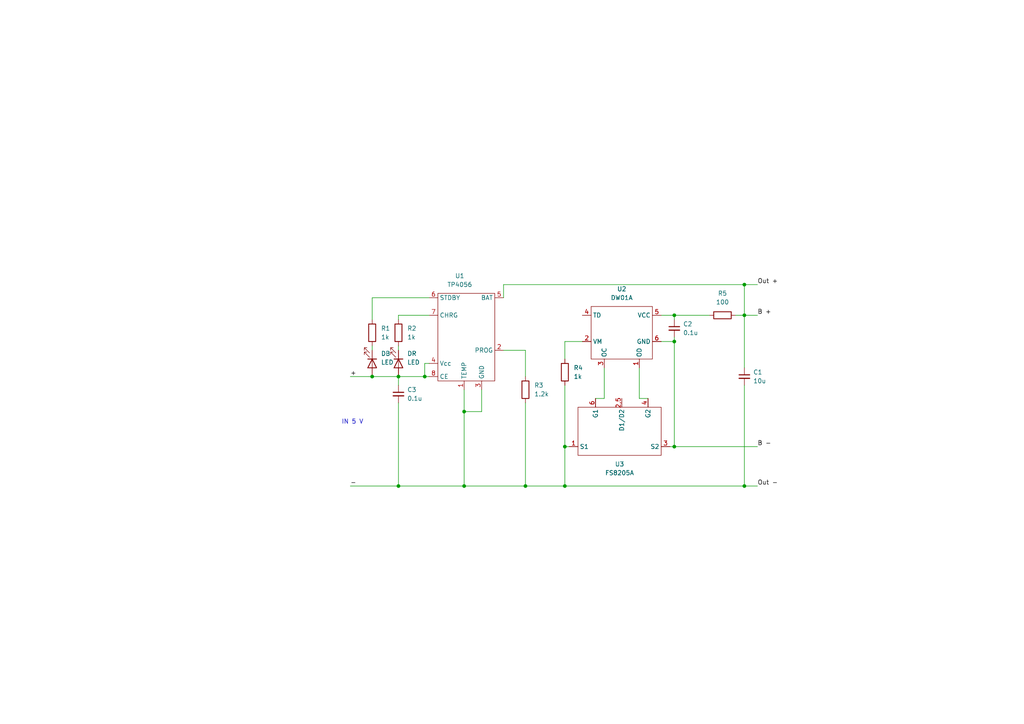
<source format=kicad_sch>
(kicad_sch (version 20211123) (generator eeschema)
  (paper "A4")
  (lib_symbols
    (symbol "Device:C_Small" (pin_numbers hide) (pin_names (offset 0.254) hide)
      (property "Reference" "C" (at 0.254 1.778 0))
      (property "Value" "C_Small" (at 0.254 -2.032 0))
      (symbol "C_Small_0_1"
        (polyline (pts (xy -1.524 -0.508) (xy 1.524 -0.508)) (stroke (width 0.3302)))
        (polyline (pts (xy -1.524 0.508) (xy 1.524 0.508)) (stroke (width 0.3048)))
      )
      (symbol "C_Small_1_1"
        (pin passive line (at 0 2.54 270) (length 2.032) (name "~") (number "1"))
        (pin passive line (at 0 -2.54 90) (length 2.032) (name "~") (number "2"))
      )
    )
    (symbol "Device:LED" (pin_numbers hide) (pin_names (offset 1.016) hide)
      (property "Reference" "D" (at 0 2.54 0))
      (property "Value" "LED" (at 0 -2.54 0))
      (symbol "LED_0_1"
        (polyline (pts (xy -1.27 -1.27) (xy -1.27 1.27)) (stroke (width 0.254)))
        (polyline (pts (xy -1.27 0) (xy 1.27 0)))
        (polyline (pts (xy 1.27 -1.27) (xy 1.27 1.27) (xy -1.27 0) (xy 1.27 -1.27)) (stroke (width 0.254)))
        (polyline (pts (xy -3.048 -0.762) (xy -4.572 -2.286) (xy -3.81 -2.286) (xy -4.572 -2.286) (xy -4.572 -1.524)))
        (polyline (pts (xy -1.778 -0.762) (xy -3.302 -2.286) (xy -2.54 -2.286) (xy -3.302 -2.286) (xy -3.302 -1.524)))
      )
      (symbol "LED_1_1"
        (pin passive line (at -3.81 0 0) (length 2.54) (name "K") (number "1"))
        (pin passive line (at 3.81 0 180) (length 2.54) (name "A") (number "2"))
      )
    )
    (symbol "Device:R" (pin_numbers hide) (pin_names (offset 0))
      (property "Reference" "R" (at 2.032 0 90))
      (property "Value" "R" (at 0 0 90))
      (symbol "R_0_1"
        (rectangle (start -1.016 -2.54) (end 1.016 2.54) (stroke (width 0.254)))
      )
      (symbol "R_1_1"
        (pin passive line (at 0 3.81 270) (length 1.27) (name "~") (number "1"))
        (pin passive line (at 0 -3.81 90) (length 1.27) (name "~") (number "2"))
      )
    )
    (symbol "New_Library:DW01A"
      (property "Reference" "U" (at 2.54 0 0))
      (property "Value" "DW01A" (at 2.54 -8.89 0))
      (symbol "DW01A_0_1"
        (rectangle (start -6.35 -1.27) (end 11.43 -16.51))
      )
      (symbol "DW01A_1_1"
        (pin input line (at 7.62 -19.05 90) (length 2.54) (name "OD") (number "1"))
        (pin input line (at -8.89 -11.43 0) (length 2.54) (name "VM") (number "2"))
        (pin input line (at -2.54 -19.05 90) (length 2.54) (name "OC") (number "3"))
        (pin input line (at -8.89 -3.81 0) (length 2.54) (name "TD") (number "4"))
        (pin input line (at 13.97 -3.81 180) (length 2.54) (name "VCC") (number "5"))
        (pin input line (at 13.97 -11.43 180) (length 2.54) (name "GND") (number "6"))
      )
    )
    (symbol "New_Library:FS8205A"
      (property "Reference" "U" (at 0 -26.67 0))
      (property "Value" "FS8205A" (at 0 -24.13 0))
      (symbol "FS8205A_0_1"
        (rectangle (start -12.7 -11.43) (end 11.43 -25.4))
      )
      (symbol "FS8205A_1_1"
        (pin input line (at -15.24 -22.86 0) (length 2.54) (name "S1") (number "1"))
        (pin input line (at 0 -8.89 270) (length 2.54) (name "D1/D2") (number "2,5"))
        (pin input line (at 13.97 -22.86 180) (length 2.54) (name "S2") (number "3"))
        (pin input line (at 7.62 -8.89 270) (length 2.54) (name "G2") (number "4"))
        (pin input line (at -7.62 -8.89 270) (length 2.54) (name "G1") (number "6"))
      )
    )
    (symbol "New_Library:TP4056"
      (property "Reference" "U?" (at 2.54 6.35 0))
      (property "Value" "TP4056" (at 2.54 3.81 0))
      (symbol "TP4056_0_1"
        (rectangle (start -3.81 1.27) (end 12.7 -24.13))
      )
      (symbol "TP4056_1_1"
        (pin input line (at 3.81 -26.67 90) (length 2.54) (name "TEMP") (number "1"))
        (pin input line (at 15.24 -15.24 180) (length 2.54) (name "PROG") (number "2"))
        (pin input line (at 8.89 -26.67 90) (length 2.54) (name "GND") (number "3"))
        (pin input line (at -6.35 -19.05 0) (length 2.54) (name "Vcc") (number "4"))
        (pin output line (at 15.24 0 180) (length 2.54) (name "BAT") (number "5"))
        (pin input line (at -6.35 0 0) (length 2.54) (name "STDBY") (number "6"))
        (pin input line (at -6.35 -5.08 0) (length 2.54) (name "CHRG") (number "7"))
        (pin input line (at -6.35 -22.86 0) (length 2.54) (name "CE") (number "8"))
      )
    )
  )
  (junction (at 215.9 82.55))
  (junction (at 195.58 91.44))
  (junction (at 134.62 140.97))
  (junction (at 195.58 99.06))
  (junction (at 215.9 91.44))
  (junction (at 163.83 140.97))
  (junction (at 163.83 129.54))
  (junction (at 115.57 140.97))
  (junction (at 195.58 129.54))
  (junction (at 134.62 119.38))
  (junction (at 123.19 109.22))
  (junction (at 115.57 109.22))
  (junction (at 215.9 140.97))
  (junction (at 152.4 140.97))
  (junction (at 107.95 109.22))
  (wire (pts (xy 195.58 91.44) (xy 195.58 92.71)))
  (wire (pts (xy 115.57 91.44) (xy 115.57 92.71)))
  (wire (pts (xy 107.95 86.36) (xy 124.46 86.36)))
  (wire (pts (xy 215.9 91.44) (xy 219.71 91.44)))
  (wire (pts (xy 215.9 91.44) (xy 215.9 106.68)))
  (wire (pts (xy 185.42 115.57) (xy 187.96 115.57)))
  (wire (pts (xy 215.9 140.97) (xy 219.71 140.97)))
  (wire (pts (xy 163.83 99.06) (xy 163.83 104.14)))
  (wire (pts (xy 185.42 106.68) (xy 185.42 115.57)))
  (wire (pts (xy 124.46 91.44) (xy 115.57 91.44)))
  (wire (pts (xy 163.83 111.76) (xy 163.83 129.54)))
  (wire (pts (xy 101.6 140.97) (xy 115.57 140.97)))
  (wire (pts (xy 124.46 105.41) (xy 123.19 105.41)))
  (wire (pts (xy 152.4 101.6) (xy 152.4 109.22)))
  (wire (pts (xy 195.58 99.06) (xy 195.58 129.54)))
  (wire (pts (xy 123.19 109.22) (xy 124.46 109.22)))
  (wire (pts (xy 107.95 92.71) (xy 107.95 86.36)))
  (wire (pts (xy 215.9 111.76) (xy 215.9 140.97)))
  (wire (pts (xy 175.26 106.68) (xy 175.26 115.57)))
  (wire (pts (xy 115.57 116.84) (xy 115.57 140.97)))
  (wire (pts (xy 152.4 116.84) (xy 152.4 140.97)))
  (wire (pts (xy 146.05 101.6) (xy 152.4 101.6)))
  (wire (pts (xy 195.58 97.79) (xy 195.58 99.06)))
  (wire (pts (xy 215.9 82.55) (xy 219.71 82.55)))
  (wire (pts (xy 168.91 99.06) (xy 163.83 99.06)))
  (wire (pts (xy 115.57 140.97) (xy 134.62 140.97)))
  (wire (pts (xy 115.57 100.33) (xy 115.57 101.6)))
  (wire (pts (xy 134.62 119.38) (xy 139.7 119.38)))
  (wire (pts (xy 195.58 129.54) (xy 219.71 129.54)))
  (wire (pts (xy 107.95 109.22) (xy 115.57 109.22)))
  (wire (pts (xy 115.57 109.22) (xy 115.57 111.76)))
  (wire (pts (xy 101.6 109.22) (xy 107.95 109.22)))
  (wire (pts (xy 175.26 115.57) (xy 172.72 115.57)))
  (wire (pts (xy 215.9 82.55) (xy 215.9 91.44)))
  (wire (pts (xy 107.95 100.33) (xy 107.95 101.6)))
  (wire (pts (xy 146.05 82.55) (xy 215.9 82.55)))
  (wire (pts (xy 115.57 109.22) (xy 123.19 109.22)))
  (wire (pts (xy 146.05 86.36) (xy 146.05 82.55)))
  (wire (pts (xy 139.7 119.38) (xy 139.7 113.03)))
  (wire (pts (xy 163.83 129.54) (xy 165.1 129.54)))
  (wire (pts (xy 195.58 91.44) (xy 205.74 91.44)))
  (wire (pts (xy 213.36 91.44) (xy 215.9 91.44)))
  (wire (pts (xy 191.77 91.44) (xy 195.58 91.44)))
  (wire (pts (xy 134.62 119.38) (xy 134.62 113.03)))
  (wire (pts (xy 163.83 140.97) (xy 152.4 140.97)))
  (wire (pts (xy 163.83 140.97) (xy 215.9 140.97)))
  (wire (pts (xy 195.58 129.54) (xy 194.31 129.54)))
  (wire (pts (xy 134.62 140.97) (xy 134.62 119.38)))
  (wire (pts (xy 123.19 105.41) (xy 123.19 109.22)))
  (wire (pts (xy 195.58 99.06) (xy 191.77 99.06)))
  (wire (pts (xy 163.83 129.54) (xy 163.83 140.97)))
  (wire (pts (xy 152.4 140.97) (xy 134.62 140.97)))
  (text "IN 5 V" (at 99.06 123.19 0) (effects (font (size 1.27 1.27)) (justify left bottom)))
  (label "Out +" (at 219.71 82.55 0))
  (label "B +" (at 219.71 91.44 0))
  (label "+" (at 101.6 109.22 0))
  (label "-" (at 101.6 140.97 0))
  (label "B -" (at 219.71 129.54 0))
  (label "Out -" (at 219.71 140.97 0))
  (symbol (lib_id "Device:R") (at 107.95 96.52 0) (unit 1)
    (property "Reference" "R1" (at 110.49 95.2499 0) (effects (justify left)))
    (property "Value" "1k" (at 110.49 97.7899 0) (effects (justify left)))
  )
  (symbol (lib_id "Device:C_Small") (at 215.9 109.22 0) (unit 1)
    (property "Reference" "C1" (at 218.44 107.9562 0) (effects (justify left)))
    (property "Value" "10u" (at 218.44 110.4962 0) (effects (justify left)))
  )
  (symbol (lib_id "Device:C_Small") (at 195.58 95.25 0) (unit 1)
    (property "Reference" "C2" (at 198.12 93.9862 0) (effects (justify left)))
    (property "Value" "0.1u" (at 198.12 96.5262 0) (effects (justify left)))
  )
  (symbol (lib_id "Device:R") (at 163.83 107.95 180) (unit 1)
    (property "Reference" "R4" (at 166.37 106.6799 0) (effects (justify right)))
    (property "Value" "1k" (at 166.37 109.2199 0) (effects (justify right)))
  )
  (symbol (lib_id "New_Library:DW01A") (at 177.8 87.63 0) (unit 1)
    (property "Reference" "U2" (at 180.34 83.82 0))
    (property "Value" "DW01A" (at 180.34 86.36 0))
  )
  (symbol (lib_id "Device:LED") (at 107.95 105.41 270) (unit 1)
    (property "Reference" "DB" (at 110.49 102.5524 90) (effects (justify left)))
    (property "Value" "LED" (at 110.49 105.0924 90) (effects (justify left)))
  )
  (symbol (lib_id "New_Library:TP4056") (at 130.81 86.36 0) (unit 1)
    (property "Reference" "U1" (at 133.35 80.01 0))
    (property "Value" "TP4056" (at 133.35 82.55 0))
  )
  (symbol (lib_id "Device:C_Small") (at 115.57 114.3 0) (unit 1)
    (property "Reference" "C3" (at 118.11 113.0362 0) (effects (justify left)))
    (property "Value" "0.1u" (at 118.11 115.5762 0) (effects (justify left)))
  )
  (symbol (lib_id "New_Library:FS8205A") (at 180.34 106.68 0) (unit 1)
    (property "Reference" "U3" (at 179.705 134.62 0))
    (property "Value" "FS8205A" (at 179.705 137.16 0))
  )
  (symbol (lib_id "Device:R") (at 152.4 113.03 0) (unit 1)
    (property "Reference" "R3" (at 154.94 111.7599 0) (effects (justify left)))
    (property "Value" "1.2k" (at 154.94 114.2999 0) (effects (justify left)))
  )
  (symbol (lib_id "Device:R") (at 209.55 91.44 90) (unit 1)
    (property "Reference" "R5" (at 209.55 85.09 90))
    (property "Value" "100" (at 209.55 87.63 90))
  )
  (symbol (lib_id "Device:R") (at 115.57 96.52 0) (unit 1)
    (property "Reference" "R2" (at 118.11 95.2499 0) (effects (justify left)))
    (property "Value" "1k" (at 118.11 97.7899 0) (effects (justify left)))
  )
  (symbol (lib_id "Device:LED") (at 115.57 105.41 270) (unit 1)
    (property "Reference" "DR" (at 118.11 102.5524 90) (effects (justify left)))
    (property "Value" "LED" (at 118.11 105.0924 90) (effects (justify left)))
  )
)
</source>
